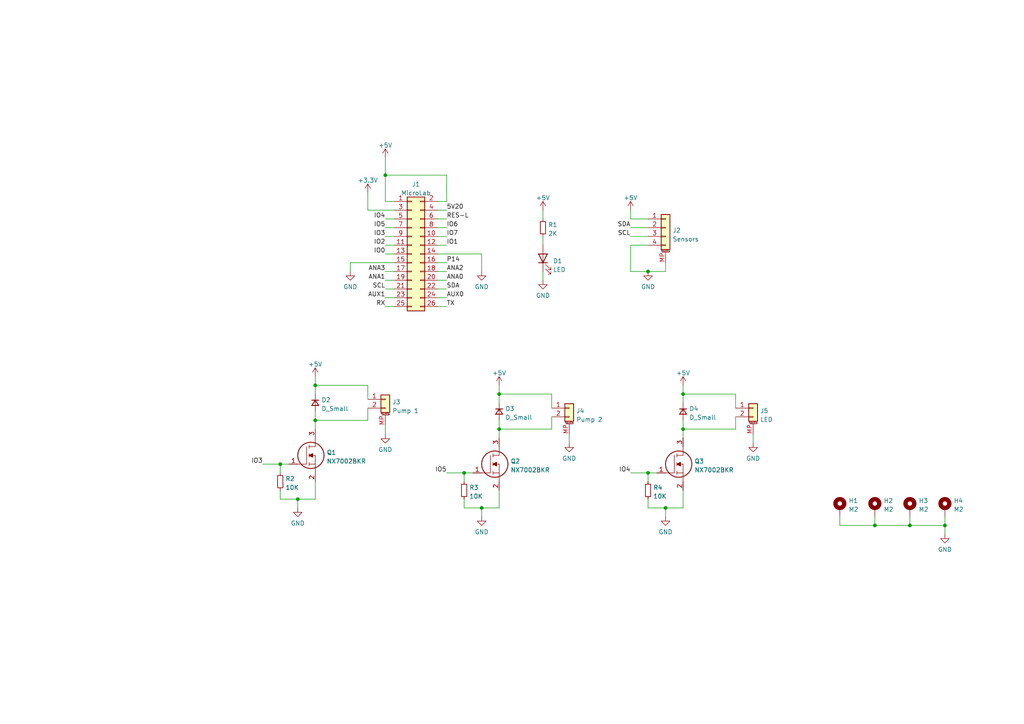
<source format=kicad_sch>
(kicad_sch (version 20230121) (generator eeschema)
  (paper "A4")
  (lib_symbols
    (symbol "Connector_Generic:Conn_02x13_Odd_Even" (pin_names (offset 1.016) hide)
      (property "Reference" "J" (at 1.27 17.78 0))
      (property "Value" "Conn_02x13_Odd_Even" (at 1.27 -17.78 0))
      (symbol "Conn_02x13_Odd_Even_1_1"
        (rectangle (start -1.27 -15.113) (end 0 -15.367) (stroke (width 0.1524)))
        (rectangle (start -1.27 -12.573) (end 0 -12.827) (stroke (width 0.1524)))
        (rectangle (start -1.27 -10.033) (end 0 -10.287) (stroke (width 0.1524)))
        (rectangle (start -1.27 -7.493) (end 0 -7.747) (stroke (width 0.1524)))
        (rectangle (start -1.27 -4.953) (end 0 -5.207) (stroke (width 0.1524)))
        (rectangle (start -1.27 -2.413) (end 0 -2.667) (stroke (width 0.1524)))
        (rectangle (start -1.27 0.127) (end 0 -0.127) (stroke (width 0.1524)))
        (rectangle (start -1.27 2.667) (end 0 2.413) (stroke (width 0.1524)))
        (rectangle (start -1.27 5.207) (end 0 4.953) (stroke (width 0.1524)))
        (rectangle (start -1.27 7.747) (end 0 7.493) (stroke (width 0.1524)))
        (rectangle (start -1.27 10.287) (end 0 10.033) (stroke (width 0.1524)))
        (rectangle (start -1.27 12.827) (end 0 12.573) (stroke (width 0.1524)))
        (rectangle (start -1.27 15.367) (end 0 15.113) (stroke (width 0.1524)))
        (rectangle (start -1.27 16.51) (end 3.81 -16.51) (stroke (width 0.254)) (fill (type background)))
        (rectangle (start 3.81 -15.113) (end 2.54 -15.367) (stroke (width 0.1524)))
        (rectangle (start 3.81 -12.573) (end 2.54 -12.827) (stroke (width 0.1524)))
        (rectangle (start 3.81 -10.033) (end 2.54 -10.287) (stroke (width 0.1524)))
        (rectangle (start 3.81 -7.493) (end 2.54 -7.747) (stroke (width 0.1524)))
        (rectangle (start 3.81 -4.953) (end 2.54 -5.207) (stroke (width 0.1524)))
        (rectangle (start 3.81 -2.413) (end 2.54 -2.667) (stroke (width 0.1524)))
        (rectangle (start 3.81 0.127) (end 2.54 -0.127) (stroke (width 0.1524)))
        (rectangle (start 3.81 2.667) (end 2.54 2.413) (stroke (width 0.1524)))
        (rectangle (start 3.81 5.207) (end 2.54 4.953) (stroke (width 0.1524)))
        (rectangle (start 3.81 7.747) (end 2.54 7.493) (stroke (width 0.1524)))
        (rectangle (start 3.81 10.287) (end 2.54 10.033) (stroke (width 0.1524)))
        (rectangle (start 3.81 12.827) (end 2.54 12.573) (stroke (width 0.1524)))
        (rectangle (start 3.81 15.367) (end 2.54 15.113) (stroke (width 0.1524)))
        (pin passive line (at -5.08 15.24 0) (length 3.81) (name "Pin_1") (number "1"))
        (pin passive line (at 7.62 5.08 180) (length 3.81) (name "Pin_10") (number "10"))
        (pin passive line (at -5.08 2.54 0) (length 3.81) (name "Pin_11") (number "11"))
        (pin passive line (at 7.62 2.54 180) (length 3.81) (name "Pin_12") (number "12"))
        (pin passive line (at -5.08 0 0) (length 3.81) (name "Pin_13") (number "13"))
        (pin passive line (at 7.62 0 180) (length 3.81) (name "Pin_14") (number "14"))
        (pin passive line (at -5.08 -2.54 0) (length 3.81) (name "Pin_15") (number "15"))
        (pin passive line (at 7.62 -2.54 180) (length 3.81) (name "Pin_16") (number "16"))
        (pin passive line (at -5.08 -5.08 0) (length 3.81) (name "Pin_17") (number "17"))
        (pin passive line (at 7.62 -5.08 180) (length 3.81) (name "Pin_18") (number "18"))
        (pin passive line (at -5.08 -7.62 0) (length 3.81) (name "Pin_19") (number "19"))
        (pin passive line (at 7.62 15.24 180) (length 3.81) (name "Pin_2") (number "2"))
        (pin passive line (at 7.62 -7.62 180) (length 3.81) (name "Pin_20") (number "20"))
        (pin passive line (at -5.08 -10.16 0) (length 3.81) (name "Pin_21") (number "21"))
        (pin passive line (at 7.62 -10.16 180) (length 3.81) (name "Pin_22") (number "22"))
        (pin passive line (at -5.08 -12.7 0) (length 3.81) (name "Pin_23") (number "23"))
        (pin passive line (at 7.62 -12.7 180) (length 3.81) (name "Pin_24") (number "24"))
        (pin passive line (at -5.08 -15.24 0) (length 3.81) (name "Pin_25") (number "25"))
        (pin passive line (at 7.62 -15.24 180) (length 3.81) (name "Pin_26") (number "26"))
        (pin passive line (at -5.08 12.7 0) (length 3.81) (name "Pin_3") (number "3"))
        (pin passive line (at 7.62 12.7 180) (length 3.81) (name "Pin_4") (number "4"))
        (pin passive line (at -5.08 10.16 0) (length 3.81) (name "Pin_5") (number "5"))
        (pin passive line (at 7.62 10.16 180) (length 3.81) (name "Pin_6") (number "6"))
        (pin passive line (at -5.08 7.62 0) (length 3.81) (name "Pin_7") (number "7"))
        (pin passive line (at 7.62 7.62 180) (length 3.81) (name "Pin_8") (number "8"))
        (pin passive line (at -5.08 5.08 0) (length 3.81) (name "Pin_9") (number "9"))
      )
    )
    (symbol "Connector_Generic_MountingPin:Conn_01x02_MountingPin" (pin_names (offset 1.016) hide)
      (property "Reference" "J" (at 0 2.54 0))
      (property "Value" "Conn_01x02_MountingPin" (at 1.27 -5.08 0))
      (symbol "Conn_01x02_MountingPin_1_1"
        (rectangle (start -1.27 -2.413) (end 0 -2.667) (stroke (width 0.1524)))
        (rectangle (start -1.27 0.127) (end 0 -0.127) (stroke (width 0.1524)))
        (rectangle (start -1.27 1.27) (end 1.27 -3.81) (stroke (width 0.254)) (fill (type background)))
        (polyline (pts (xy -1.016 -4.572) (xy 1.016 -4.572)) (stroke (width 0.1524)))
        (text "Mounting" (at 0 -4.191 0) (effects (font (size 0.381 0.381))))
        (pin passive line (at -5.08 0 0) (length 3.81) (name "Pin_1") (number "1"))
        (pin passive line (at -5.08 -2.54 0) (length 3.81) (name "Pin_2") (number "2"))
        (pin passive line (at 0 -7.62 90) (length 3.048) (name "MountPin") (number "MP"))
      )
    )
    (symbol "Connector_Generic_MountingPin:Conn_01x04_MountingPin" (pin_names (offset 1.016) hide)
      (property "Reference" "J" (at 0 5.08 0))
      (property "Value" "Conn_01x04_MountingPin" (at 1.27 -7.62 0))
      (symbol "Conn_01x04_MountingPin_1_1"
        (rectangle (start -1.27 -4.953) (end 0 -5.207) (stroke (width 0.1524)))
        (rectangle (start -1.27 -2.413) (end 0 -2.667) (stroke (width 0.1524)))
        (rectangle (start -1.27 0.127) (end 0 -0.127) (stroke (width 0.1524)))
        (rectangle (start -1.27 2.667) (end 0 2.413) (stroke (width 0.1524)))
        (rectangle (start -1.27 3.81) (end 1.27 -6.35) (stroke (width 0.254)) (fill (type background)))
        (polyline (pts (xy -1.016 -7.112) (xy 1.016 -7.112)) (stroke (width 0.1524)))
        (text "Mounting" (at 0 -6.731 0) (effects (font (size 0.381 0.381))))
        (pin passive line (at -5.08 2.54 0) (length 3.81) (name "Pin_1") (number "1"))
        (pin passive line (at -5.08 0 0) (length 3.81) (name "Pin_2") (number "2"))
        (pin passive line (at -5.08 -2.54 0) (length 3.81) (name "Pin_3") (number "3"))
        (pin passive line (at -5.08 -5.08 0) (length 3.81) (name "Pin_4") (number "4"))
        (pin passive line (at 0 -10.16 90) (length 3.048) (name "MountPin") (number "MP"))
      )
    )
    (symbol "Device:D_Small" (pin_numbers hide) (pin_names (offset 0.254) hide)
      (property "Reference" "D" (at -1.27 2.032 0))
      (property "Value" "D_Small" (at -3.81 -2.032 0))
      (symbol "D_Small_0_1"
        (polyline (pts (xy -0.762 -1.016) (xy -0.762 1.016)) (stroke (width 0.254)))
        (polyline (pts (xy -0.762 0) (xy 0.762 0)))
        (polyline (pts (xy 0.762 -1.016) (xy -0.762 0) (xy 0.762 1.016) (xy 0.762 -1.016)) (stroke (width 0.254)))
      )
      (symbol "D_Small_1_1"
        (pin passive line (at -2.54 0 0) (length 1.778) (name "K") (number "1"))
        (pin passive line (at 2.54 0 180) (length 1.778) (name "A") (number "2"))
      )
    )
    (symbol "Device:LED" (pin_numbers hide) (pin_names (offset 1.016) hide)
      (property "Reference" "D" (at 0 2.54 0))
      (property "Value" "LED" (at 0 -2.54 0))
      (symbol "LED_0_1"
        (polyline (pts (xy -1.27 -1.27) (xy -1.27 1.27)) (stroke (width 0.254)))
        (polyline (pts (xy -1.27 0) (xy 1.27 0)))
        (polyline (pts (xy 1.27 -1.27) (xy 1.27 1.27) (xy -1.27 0) (xy 1.27 -1.27)) (stroke (width 0.254)))
        (polyline (pts (xy -3.048 -0.762) (xy -4.572 -2.286) (xy -3.81 -2.286) (xy -4.572 -2.286) (xy -4.572 -1.524)))
        (polyline (pts (xy -1.778 -0.762) (xy -3.302 -2.286) (xy -2.54 -2.286) (xy -3.302 -2.286) (xy -3.302 -1.524)))
      )
      (symbol "LED_1_1"
        (pin passive line (at -3.81 0 0) (length 2.54) (name "K") (number "1"))
        (pin passive line (at 3.81 0 180) (length 2.54) (name "A") (number "2"))
      )
    )
    (symbol "Device:R_Small" (pin_numbers hide) (pin_names (offset 0.254) hide)
      (property "Reference" "R" (at 0.762 0.508 0))
      (property "Value" "R_Small" (at 0.762 -1.016 0))
      (symbol "R_Small_0_1"
        (rectangle (start -0.762 1.778) (end 0.762 -1.778) (stroke (width 0.2032)))
      )
      (symbol "R_Small_1_1"
        (pin passive line (at 0 2.54 270) (length 0.762) (name "~") (number "1"))
        (pin passive line (at 0 -2.54 90) (length 0.762) (name "~") (number "2"))
      )
    )
    (symbol "Mechanical:MountingHole_Pad" (pin_numbers hide) (pin_names (offset 1.016) hide)
      (property "Reference" "H" (at 0 6.35 0))
      (property "Value" "MountingHole_Pad" (at 0 4.445 0))
      (symbol "MountingHole_Pad_0_1"
        (circle (center 0 1.27) (radius 1.27) (stroke (width 1.27)))
      )
      (symbol "MountingHole_Pad_1_1"
        (pin input line (at 0 -2.54 90) (length 2.54) (name "1") (number "1"))
      )
    )
    (symbol "Mouser Parts:NX7002BKR" (pin_names (offset 0.762))
      (property "Reference" "Q" (at 11.43 3.81 0))
      (property "Value" "NX7002BKR" (at 11.43 1.27 0))
      (symbol "NX7002BKR_0_0"
        (pin passive line (at 0 0 0) (length 2.54) (name "~") (number "1"))
        (pin passive line (at 7.62 -5.08 90) (length 2.54) (name "~") (number "2"))
        (pin passive line (at 7.62 10.16 270) (length 2.54) (name "~") (number "3"))
      )
      (symbol "NX7002BKR_0_1"
        (polyline (pts (xy 5.842 -0.508) (xy 5.842 0.508)) (stroke (width 0.1524)))
        (polyline (pts (xy 5.842 0) (xy 7.62 0)) (stroke (width 0.1524)))
        (polyline (pts (xy 5.842 2.032) (xy 5.842 3.048)) (stroke (width 0.1524)))
        (polyline (pts (xy 5.842 5.588) (xy 5.842 4.572)) (stroke (width 0.1524)))
        (polyline (pts (xy 7.62 2.54) (xy 5.842 2.54)) (stroke (width 0.1524)))
        (polyline (pts (xy 7.62 2.54) (xy 7.62 -2.54)) (stroke (width 0.1524)))
        (polyline (pts (xy 7.62 5.08) (xy 5.842 5.08)) (stroke (width 0.1524)))
        (polyline (pts (xy 7.62 5.08) (xy 7.62 7.62)) (stroke (width 0.1524)))
        (polyline (pts (xy 2.54 0) (xy 5.08 0) (xy 5.08 5.08)) (stroke (width 0.1524)))
        (polyline (pts (xy 5.842 2.54) (xy 6.858 3.048) (xy 6.858 2.032) (xy 5.842 2.54)) (stroke (width 0.254)) (fill (type outline)))
        (circle (center 6.35 2.54) (radius 3.81) (stroke (width 0.254)))
      )
    )
    (symbol "power:+3.3V" (power) (pin_names (offset 0))
      (property "Value" "+3.3V" (at 0 3.556 0))
      (symbol "+3.3V_0_1"
        (polyline (pts (xy -0.762 1.27) (xy 0 2.54)))
        (polyline (pts (xy 0 0) (xy 0 2.54)))
        (polyline (pts (xy 0 2.54) (xy 0.762 1.27)))
      )
      (symbol "+3.3V_1_1"
        (pin power_in line (at 0 0 90) (length 0) hide (name "+3.3V") (number "1"))
      )
    )
    (symbol "power:+5V" (power) (pin_names (offset 0))
      (property "Value" "+5V" (at 0 3.556 0))
      (symbol "+5V_0_1"
        (polyline (pts (xy -0.762 1.27) (xy 0 2.54)))
        (polyline (pts (xy 0 0) (xy 0 2.54)))
        (polyline (pts (xy 0 2.54) (xy 0.762 1.27)))
      )
      (symbol "+5V_1_1"
        (pin power_in line (at 0 0 90) (length 0) hide (name "+5V") (number "1"))
      )
    )
    (symbol "power:GND" (power) (pin_names (offset 0))
      (property "Value" "GND" (at 0 -3.81 0))
      (symbol "GND_0_1"
        (polyline (pts (xy 0 0) (xy 0 -1.27) (xy 1.27 -1.27) (xy 0 -2.54) (xy -1.27 -1.27) (xy 0 -1.27)))
      )
      (symbol "GND_1_1"
        (pin power_in line (at 0 0 270) (length 0) hide (name "GND") (number "1"))
      )
    )
  )
  (junction (at 253.746 152.4))
  (junction (at 81.28 134.62))
  (junction (at 86.36 144.78))
  (junction (at 187.96 137.16))
  (junction (at 198.12 114.3))
  (junction (at 263.906 152.4))
  (junction (at 111.76 50.8))
  (junction (at 198.12 124.46))
  (junction (at 91.44 111.76))
  (junction (at 193.04 147.32))
  (junction (at 274.066 152.4))
  (junction (at 144.78 124.46))
  (junction (at 91.44 121.92))
  (junction (at 187.96 78.74))
  (junction (at 144.78 114.3))
  (junction (at 139.7 147.32))
  (junction (at 134.62 137.16))
  (wire (pts (xy 127 60.96) (xy 129.54 60.96)))
  (wire (pts (xy 193.04 147.32) (xy 198.12 147.32)))
  (wire (pts (xy 91.44 121.92) (xy 106.68 121.92)))
  (wire (pts (xy 106.68 111.76) (xy 106.68 115.824)))
  (wire (pts (xy 114.3 76.2) (xy 101.6 76.2)))
  (wire (pts (xy 111.76 88.9) (xy 114.3 88.9)))
  (wire (pts (xy 198.12 111.76) (xy 198.12 114.3)))
  (wire (pts (xy 157.48 68.58) (xy 157.48 71.12)))
  (wire (pts (xy 129.54 137.16) (xy 134.62 137.16)))
  (wire (pts (xy 198.12 114.3) (xy 198.12 116.84)))
  (wire (pts (xy 274.066 149.86) (xy 274.066 152.4)))
  (wire (pts (xy 134.62 137.16) (xy 137.16 137.16)))
  (wire (pts (xy 160.02 114.3) (xy 160.02 118.364)))
  (wire (pts (xy 213.36 114.3) (xy 198.12 114.3)))
  (wire (pts (xy 187.96 147.32) (xy 193.04 147.32)))
  (wire (pts (xy 187.96 63.5) (xy 182.88 63.5)))
  (wire (pts (xy 274.066 152.4) (xy 263.906 152.4)))
  (wire (pts (xy 263.906 149.86) (xy 263.906 152.4)))
  (wire (pts (xy 182.88 63.5) (xy 182.88 60.96)))
  (wire (pts (xy 182.88 68.58) (xy 187.96 68.58)))
  (wire (pts (xy 198.12 127) (xy 198.12 124.46)))
  (wire (pts (xy 81.28 144.78) (xy 86.36 144.78)))
  (wire (pts (xy 187.96 144.78) (xy 187.96 147.32)))
  (wire (pts (xy 187.96 137.16) (xy 190.5 137.16)))
  (wire (pts (xy 139.7 73.66) (xy 139.7 78.74)))
  (wire (pts (xy 106.68 111.76) (xy 91.44 111.76)))
  (wire (pts (xy 111.76 66.04) (xy 114.3 66.04)))
  (wire (pts (xy 198.12 121.92) (xy 198.12 124.46)))
  (wire (pts (xy 157.48 60.96) (xy 157.48 63.5)))
  (wire (pts (xy 81.28 134.62) (xy 81.28 137.16)))
  (wire (pts (xy 86.36 144.78) (xy 86.36 147.32)))
  (wire (pts (xy 91.44 139.7) (xy 91.44 144.78)))
  (wire (pts (xy 106.68 118.364) (xy 106.68 121.92)))
  (wire (pts (xy 114.3 58.42) (xy 111.76 58.42)))
  (wire (pts (xy 111.76 58.42) (xy 111.76 50.8)))
  (wire (pts (xy 81.28 134.62) (xy 83.82 134.62)))
  (wire (pts (xy 101.6 76.2) (xy 101.6 78.74)))
  (wire (pts (xy 106.68 60.96) (xy 114.3 60.96)))
  (wire (pts (xy 144.78 124.46) (xy 160.02 124.46)))
  (wire (pts (xy 129.54 58.42) (xy 127 58.42)))
  (wire (pts (xy 213.36 114.3) (xy 213.36 118.364)))
  (wire (pts (xy 127 83.82) (xy 129.54 83.82)))
  (wire (pts (xy 111.76 78.74) (xy 114.3 78.74)))
  (wire (pts (xy 263.906 152.4) (xy 253.746 152.4)))
  (wire (pts (xy 127 63.5) (xy 129.54 63.5)))
  (wire (pts (xy 111.76 50.8) (xy 129.54 50.8)))
  (wire (pts (xy 253.746 152.4) (xy 243.586 152.4)))
  (wire (pts (xy 127 71.12) (xy 129.54 71.12)))
  (wire (pts (xy 213.36 120.904) (xy 213.36 124.46)))
  (wire (pts (xy 111.76 123.444) (xy 111.76 125.984)))
  (wire (pts (xy 111.76 86.36) (xy 114.3 86.36)))
  (wire (pts (xy 127 73.66) (xy 139.7 73.66)))
  (wire (pts (xy 243.586 152.4) (xy 243.586 149.86)))
  (wire (pts (xy 134.62 137.16) (xy 134.62 139.7)))
  (wire (pts (xy 129.54 50.8) (xy 129.54 58.42)))
  (wire (pts (xy 134.62 147.32) (xy 139.7 147.32)))
  (wire (pts (xy 91.44 111.76) (xy 91.44 114.3)))
  (wire (pts (xy 111.76 73.66) (xy 114.3 73.66)))
  (wire (pts (xy 274.066 152.4) (xy 274.066 154.94)))
  (wire (pts (xy 134.62 144.78) (xy 134.62 147.32)))
  (wire (pts (xy 193.04 76.2) (xy 193.04 78.74)))
  (wire (pts (xy 165.1 125.984) (xy 165.1 128.524)))
  (wire (pts (xy 111.76 81.28) (xy 114.3 81.28)))
  (wire (pts (xy 127 66.04) (xy 129.54 66.04)))
  (wire (pts (xy 139.7 147.32) (xy 144.78 147.32)))
  (wire (pts (xy 160.02 120.904) (xy 160.02 124.46)))
  (wire (pts (xy 193.04 78.74) (xy 187.96 78.74)))
  (wire (pts (xy 144.78 142.24) (xy 144.78 147.32)))
  (wire (pts (xy 198.12 142.24) (xy 198.12 147.32)))
  (wire (pts (xy 182.88 66.04) (xy 187.96 66.04)))
  (wire (pts (xy 127 76.2) (xy 129.54 76.2)))
  (wire (pts (xy 91.44 109.22) (xy 91.44 111.76)))
  (wire (pts (xy 111.76 45.72) (xy 111.76 50.8)))
  (wire (pts (xy 81.28 142.24) (xy 81.28 144.78)))
  (wire (pts (xy 106.68 55.88) (xy 106.68 60.96)))
  (wire (pts (xy 127 78.74) (xy 129.54 78.74)))
  (wire (pts (xy 144.78 127) (xy 144.78 124.46)))
  (wire (pts (xy 193.04 147.32) (xy 193.04 149.86)))
  (wire (pts (xy 218.44 125.984) (xy 218.44 128.524)))
  (wire (pts (xy 187.96 78.74) (xy 182.88 78.74)))
  (wire (pts (xy 144.78 111.76) (xy 144.78 114.3)))
  (wire (pts (xy 182.88 71.12) (xy 182.88 78.74)))
  (wire (pts (xy 187.96 71.12) (xy 182.88 71.12)))
  (wire (pts (xy 157.48 78.74) (xy 157.48 81.28)))
  (wire (pts (xy 86.36 144.78) (xy 91.44 144.78)))
  (wire (pts (xy 111.76 63.5) (xy 114.3 63.5)))
  (wire (pts (xy 91.44 119.38) (xy 91.44 121.92)))
  (wire (pts (xy 127 68.58) (xy 129.54 68.58)))
  (wire (pts (xy 253.746 149.86) (xy 253.746 152.4)))
  (wire (pts (xy 111.76 83.82) (xy 114.3 83.82)))
  (wire (pts (xy 127 88.9) (xy 129.54 88.9)))
  (wire (pts (xy 111.76 71.12) (xy 114.3 71.12)))
  (wire (pts (xy 127 86.36) (xy 129.54 86.36)))
  (wire (pts (xy 76.2 134.62) (xy 81.28 134.62)))
  (wire (pts (xy 144.78 114.3) (xy 144.78 116.84)))
  (wire (pts (xy 111.76 68.58) (xy 114.3 68.58)))
  (wire (pts (xy 144.78 121.92) (xy 144.78 124.46)))
  (wire (pts (xy 187.96 137.16) (xy 187.96 139.7)))
  (wire (pts (xy 160.02 114.3) (xy 144.78 114.3)))
  (wire (pts (xy 91.44 124.46) (xy 91.44 121.92)))
  (wire (pts (xy 198.12 124.46) (xy 213.36 124.46)))
  (wire (pts (xy 127 81.28) (xy 129.54 81.28)))
  (wire (pts (xy 182.88 137.16) (xy 187.96 137.16)))
  (wire (pts (xy 139.7 147.32) (xy 139.7 149.86)))
  (label "IO3" (at 76.2 134.62 180))
  (label "IO5" (at 111.76 66.04 180))
  (label "IO5" (at 129.54 137.16 180))
  (label "P14" (at 129.54 76.2 0))
  (label "ANA3" (at 111.76 78.74 180))
  (label "SCL" (at 182.88 68.58 180))
  (label "IO4" (at 111.76 63.5 180))
  (label "RX" (at 111.76 88.9 180))
  (label "IO0" (at 111.76 73.66 180))
  (label "IO1" (at 129.54 71.12 0))
  (label "AUX0" (at 129.54 86.36 0))
  (label "SCL" (at 111.76 83.82 180))
  (label "SDA" (at 182.88 66.04 180))
  (label "IO2" (at 111.76 71.12 180))
  (label "ANA0" (at 129.54 81.28 0))
  (label "ANA1" (at 111.76 81.28 180))
  (label "TX" (at 129.54 88.9 0))
  (label "ANA2" (at 129.54 78.74 0))
  (label "AUX1" (at 111.76 86.36 180))
  (label "5V20" (at 129.54 60.96 0))
  (label "IO3" (at 111.76 68.58 180))
  (label "IO7" (at 129.54 68.58 0))
  (label "RES-L" (at 129.54 63.5 0))
  (label "IO6" (at 129.54 66.04 0))
  (label "SDA" (at 129.54 83.82 0))
  (label "IO4" (at 182.88 137.16 180))
  (symbol (lib_id "power:GND") (at 165.1 128.524 0) (unit 1)
    (property "Reference" "#PWR0118" (effects hide))
    (property "Value" "GND" (at 165.1 132.9674 0))
  )
  (symbol (lib_id "power:GND") (at 139.7 149.86 0) (unit 1)
    (property "Reference" "#PWR0116" (effects hide))
    (property "Value" "GND" (at 139.7 154.3034 0))
  )
  (symbol (lib_id "power:GND") (at 218.44 128.524 0) (unit 1)
    (property "Reference" "#PWR0115" (effects hide))
    (property "Value" "GND" (at 218.44 132.9674 0))
  )
  (symbol (lib_id "power:+3.3V") (at 106.68 55.88 0) (unit 1)
    (property "Reference" "#PWR0101" (effects hide))
    (property "Value" "+3.3V" (at 106.68 52.3042 0))
  )
  (symbol (lib_id "Device:R_Small") (at 157.48 66.04 180) (unit 1)
    (property "Reference" "R1" (at 158.9786 65.2053 0) (effects (justify right)))
    (property "Value" "2K" (at 158.9786 67.7422 0) (effects (justify right)))
    (property "Footprint" "Resistor_SMD:R_0402_1005Metric_Pad0.72x0.64mm_HandSolder" (effects hide))
  )
  (symbol (lib_id "power:+5V") (at 198.12 111.76 0) (unit 1)
    (property "Reference" "#PWR0114" (effects hide))
    (property "Value" "+5V" (at 198.12 108.1842 0))
  )
  (symbol (lib_id "Mouser Parts:NX7002BKR") (at 190.5 137.16 0) (unit 1)
    (property "Reference" "Q3" (at 201.422 133.7853 0) (effects (justify left)))
    (property "Value" "NX7002BKR" (at 201.422 136.3222 0) (effects (justify left)))
    (property "Footprint" "SOT95P230X110-3N" (effects hide))
    (property "Datasheet" "https://assets.nexperia.com/documents/data-sheet/NX7002BK.pdf" (effects hide))
    (property "Description" "MOSFET 60V N-channel Trench MOSFET" (effects hide))
    (property "Height" "1.1" (effects hide))
    (property "Mouser Part Number" "771-NX7002BKR" (effects hide))
    (property "Mouser Price/Stock" "https://www.mouser.co.uk/ProductDetail/Nexperia/NX7002BKR?qs=rsevcuukUAxkxO5zIAFt0A%3D%3D" (effects hide))
    (property "Manufacturer_Name" "Nexperia" (effects hide))
    (property "Manufacturer_Part_Number" "NX7002BKR" (effects hide))
  )
  (symbol (lib_id "power:GND") (at 157.48 81.28 0) (unit 1)
    (property "Reference" "#PWR0109" (effects hide))
    (property "Value" "GND" (at 157.48 85.7234 0))
  )
  (symbol (lib_id "power:+5V") (at 182.88 60.96 0) (unit 1)
    (property "Reference" "#PWR0105" (effects hide))
    (property "Value" "+5V" (at 182.88 57.3842 0))
  )
  (symbol (lib_id "Mechanical:MountingHole_Pad") (at 263.906 147.32 0) (unit 1)
    (property "Reference" "H3" (at 266.446 145.2153 0) (effects (justify left)))
    (property "Value" "M2" (at 266.446 147.7522 0) (effects (justify left)))
    (property "Footprint" "MountingHole:MountingHole_2.2mm_M2_DIN965_Pad" (effects hide))
  )
  (symbol (lib_id "power:GND") (at 101.6 78.74 0) (unit 1)
    (property "Reference" "#PWR0103" (effects hide))
    (property "Value" "GND" (at 101.6 83.1834 0))
  )
  (symbol (lib_id "Device:R_Small") (at 134.62 142.24 0) (unit 1)
    (property "Reference" "R3" (at 136.1186 141.4053 0) (effects (justify left)))
    (property "Value" "10K" (at 136.1186 143.9422 0) (effects (justify left)))
    (property "Footprint" "Resistor_SMD:R_0402_1005Metric" (effects hide))
  )
  (symbol (lib_id "Connector_Generic_MountingPin:Conn_01x02_MountingPin") (at 165.1 118.364 0) (unit 1)
    (property "Reference" "J4" (at 167.132 119.1549 0) (effects (justify left)))
    (property "Value" "Pump 2" (at 167.132 121.6918 0) (effects (justify left)))
    (property "Footprint" "Connector_JST:JST_SH_BM02B-SRSS-TB_1x02-1MP_P1.00mm_Vertical" (effects hide))
  )
  (symbol (lib_id "power:+5V") (at 91.44 109.22 0) (unit 1)
    (property "Reference" "#PWR0107" (effects hide))
    (property "Value" "+5V" (at 91.44 105.6442 0))
  )
  (symbol (lib_id "Device:D_Small") (at 144.78 119.38 270) (unit 1)
    (property "Reference" "D3" (at 146.558 118.5453 90) (effects (justify left)))
    (property "Value" "D_Small" (at 146.558 121.0822 90) (effects (justify left)))
    (property "Footprint" "Diode_SMD:D_SOD-323" (effects hide))
  )
  (symbol (lib_id "power:GND") (at 86.36 147.32 0) (unit 1)
    (property "Reference" "#PWR0108" (effects hide))
    (property "Value" "GND" (at 86.36 151.7634 0))
  )
  (symbol (lib_id "power:GND") (at 193.04 149.86 0) (unit 1)
    (property "Reference" "#PWR0113" (effects hide))
    (property "Value" "GND" (at 193.04 154.3034 0))
  )
  (symbol (lib_id "Mechanical:MountingHole_Pad") (at 243.586 147.32 0) (unit 1)
    (property "Reference" "H1" (at 246.126 145.2153 0) (effects (justify left)))
    (property "Value" "M2" (at 246.126 147.7522 0) (effects (justify left)))
    (property "Footprint" "MountingHole:MountingHole_2.2mm_M2_DIN965_Pad" (effects hide))
  )
  (symbol (lib_id "Device:R_Small") (at 81.28 139.7 0) (unit 1)
    (property "Reference" "R2" (at 82.7786 138.8653 0) (effects (justify left)))
    (property "Value" "10K" (at 82.7786 141.4022 0) (effects (justify left)))
    (property "Footprint" "Resistor_SMD:R_0402_1005Metric" (effects hide))
  )
  (symbol (lib_id "Device:D_Small") (at 198.12 119.38 270) (unit 1)
    (property "Reference" "D4" (at 199.898 118.5453 90) (effects (justify left)))
    (property "Value" "D_Small" (at 199.898 121.0822 90) (effects (justify left)))
    (property "Footprint" "Diode_SMD:D_SOD-323" (effects hide))
  )
  (symbol (lib_id "Connector_Generic_MountingPin:Conn_01x02_MountingPin") (at 111.76 115.824 0) (unit 1)
    (property "Reference" "J3" (at 113.792 116.6149 0) (effects (justify left)))
    (property "Value" "Pump 1" (at 113.792 119.1518 0) (effects (justify left)))
    (property "Footprint" "Connector_JST:JST_SH_BM02B-SRSS-TB_1x02-1MP_P1.00mm_Vertical" (effects hide))
  )
  (symbol (lib_id "Mouser Parts:NX7002BKR") (at 83.82 134.62 0) (unit 1)
    (property "Reference" "Q1" (at 94.742 131.2453 0) (effects (justify left)))
    (property "Value" "NX7002BKR" (at 94.742 133.7822 0) (effects (justify left)))
    (property "Footprint" "SOT95P230X110-3N" (effects hide))
    (property "Datasheet" "https://assets.nexperia.com/documents/data-sheet/NX7002BK.pdf" (effects hide))
    (property "Description" "MOSFET 60V N-channel Trench MOSFET" (effects hide))
    (property "Height" "1.1" (effects hide))
    (property "Mouser Part Number" "771-NX7002BKR" (effects hide))
    (property "Mouser Price/Stock" "https://www.mouser.co.uk/ProductDetail/Nexperia/NX7002BKR?qs=rsevcuukUAxkxO5zIAFt0A%3D%3D" (effects hide))
    (property "Manufacturer_Name" "Nexperia" (effects hide))
    (property "Manufacturer_Part_Number" "NX7002BKR" (effects hide))
  )
  (symbol (lib_id "Device:R_Small") (at 187.96 142.24 0) (unit 1)
    (property "Reference" "R4" (at 189.4586 141.4053 0) (effects (justify left)))
    (property "Value" "10K" (at 189.4586 143.9422 0) (effects (justify left)))
    (property "Footprint" "Resistor_SMD:R_0402_1005Metric" (effects hide))
  )
  (symbol (lib_id "power:GND") (at 274.066 154.94 0) (unit 1)
    (property "Reference" "#PWR0111" (effects hide))
    (property "Value" "GND" (at 274.066 159.3834 0))
  )
  (symbol (lib_id "power:+5V") (at 144.78 111.76 0) (unit 1)
    (property "Reference" "#PWR0117" (effects hide))
    (property "Value" "+5V" (at 144.78 108.1842 0))
  )
  (symbol (lib_id "power:GND") (at 111.76 125.984 0) (unit 1)
    (property "Reference" "#PWR0112" (effects hide))
    (property "Value" "GND" (at 111.76 130.4274 0))
  )
  (symbol (lib_id "power:+5V") (at 111.76 45.72 0) (unit 1)
    (property "Reference" "#PWR0102" (effects hide))
    (property "Value" "+5V" (at 111.76 42.1442 0))
  )
  (symbol (lib_id "Device:D_Small") (at 91.44 116.84 270) (unit 1)
    (property "Reference" "D2" (at 93.218 116.0053 90) (effects (justify left)))
    (property "Value" "D_Small" (at 93.218 118.5422 90) (effects (justify left)))
    (property "Footprint" "Diode_SMD:D_SOD-323" (effects hide))
  )
  (symbol (lib_id "Connector_Generic_MountingPin:Conn_01x02_MountingPin") (at 218.44 118.364 0) (unit 1)
    (property "Reference" "J5" (at 220.472 119.1549 0) (effects (justify left)))
    (property "Value" "LED" (at 220.472 121.6918 0) (effects (justify left)))
    (property "Footprint" "Connector_JST:JST_SH_BM02B-SRSS-TB_1x02-1MP_P1.00mm_Vertical" (effects hide))
  )
  (symbol (lib_id "power:+5V") (at 157.48 60.96 0) (unit 1)
    (property "Reference" "#PWR0110" (effects hide))
    (property "Value" "+5V" (at 157.48 57.3842 0))
  )
  (symbol (lib_id "Connector_Generic_MountingPin:Conn_01x04_MountingPin") (at 193.04 66.04 0) (unit 1)
    (property "Reference" "J2" (at 195.072 66.8309 0) (effects (justify left)))
    (property "Value" "Sensors" (at 195.072 69.3678 0) (effects (justify left)))
    (property "Footprint" "Connector_JST:JST_SH_BM04B-SRSS-TB_1x04-1MP_P1.00mm_Vertical" (effects hide))
  )
  (symbol (lib_id "Connector_Generic:Conn_02x13_Odd_Even") (at 119.38 73.66 0) (unit 1)
    (property "Reference" "J1" (at 120.65 53.4502 0))
    (property "Value" "MicroLab" (at 120.65 55.9871 0))
    (property "Footprint" "Connector_PinHeader_2.00mm:PinHeader_2x13_P2.00mm_Vertical" (effects hide))
  )
  (symbol (lib_id "Mechanical:MountingHole_Pad") (at 253.746 147.32 0) (unit 1)
    (property "Reference" "H2" (at 256.286 145.2153 0) (effects (justify left)))
    (property "Value" "M2" (at 256.286 147.7522 0) (effects (justify left)))
    (property "Footprint" "MountingHole:MountingHole_2.2mm_M2_DIN965_Pad" (effects hide))
  )
  (symbol (lib_id "Mouser Parts:NX7002BKR") (at 137.16 137.16 0) (unit 1)
    (property "Reference" "Q2" (at 148.082 133.7853 0) (effects (justify left)))
    (property "Value" "NX7002BKR" (at 148.082 136.3222 0) (effects (justify left)))
    (property "Footprint" "SOT95P230X110-3N" (effects hide))
    (property "Datasheet" "https://assets.nexperia.com/documents/data-sheet/NX7002BK.pdf" (effects hide))
    (property "Description" "MOSFET 60V N-channel Trench MOSFET" (effects hide))
    (property "Height" "1.1" (effects hide))
    (property "Mouser Part Number" "771-NX7002BKR" (effects hide))
    (property "Mouser Price/Stock" "https://www.mouser.co.uk/ProductDetail/Nexperia/NX7002BKR?qs=rsevcuukUAxkxO5zIAFt0A%3D%3D" (effects hide))
    (property "Manufacturer_Name" "Nexperia" (effects hide))
    (property "Manufacturer_Part_Number" "NX7002BKR" (effects hide))
  )
  (symbol (lib_id "Device:LED") (at 157.48 74.93 90) (unit 1)
    (property "Reference" "D1" (at 160.401 75.6828 90) (effects (justify right)))
    (property "Value" "LED" (at 160.401 78.2197 90) (effects (justify right)))
    (property "Footprint" "LED_SMD:LED_0402_1005Metric_Pad0.77x0.64mm_HandSolder" (effects hide))
  )
  (symbol (lib_id "power:GND") (at 187.96 78.74 0) (unit 1)
    (property "Reference" "#PWR0104" (effects hide))
    (property "Value" "GND" (at 187.96 83.1834 0))
  )
  (symbol (lib_id "power:GND") (at 139.7 78.74 0) (unit 1)
    (property "Reference" "#PWR0106" (effects hide))
    (property "Value" "GND" (at 139.7 83.1834 0))
  )
  (symbol (lib_id "Mechanical:MountingHole_Pad") (at 274.066 147.32 0) (unit 1)
    (property "Reference" "H4" (at 276.606 145.2153 0) (effects (justify left)))
    (property "Value" "M2" (at 276.606 147.7522 0) (effects (justify left)))
    (property "Footprint" "MountingHole:MountingHole_2.2mm_M2_DIN965_Pad" (effects hide))
  )
)
</source>
